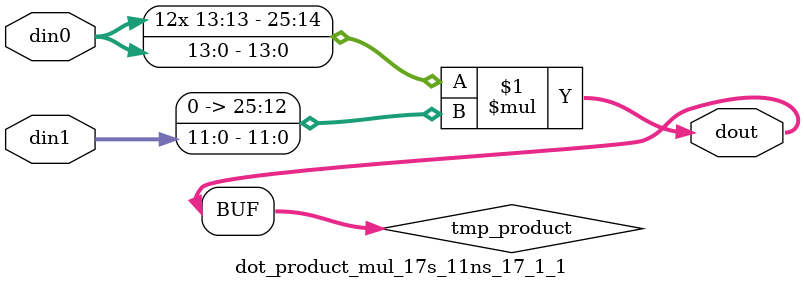
<source format=v>

`timescale 1 ns / 1 ps

  module dot_product_mul_17s_11ns_17_1_1(din0, din1, dout);
parameter ID = 1;
parameter NUM_STAGE = 0;
parameter din0_WIDTH = 14;
parameter din1_WIDTH = 12;
parameter dout_WIDTH = 26;

input [din0_WIDTH - 1 : 0] din0; 
input [din1_WIDTH - 1 : 0] din1; 
output [dout_WIDTH - 1 : 0] dout;

wire signed [dout_WIDTH - 1 : 0] tmp_product;












assign tmp_product = $signed(din0) * $signed({1'b0, din1});









assign dout = tmp_product;







endmodule

</source>
